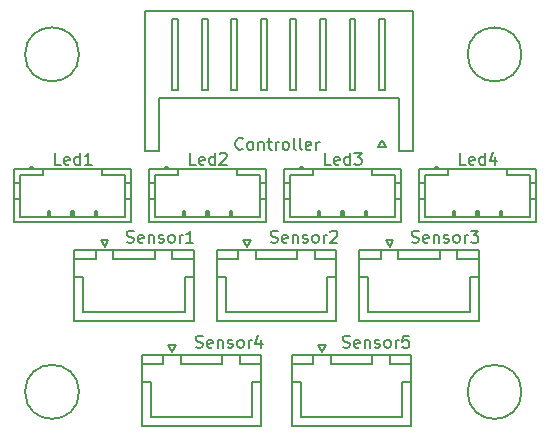
<source format=gbr>
G04 #@! TF.FileFunction,Legend,Top*
%FSLAX46Y46*%
G04 Gerber Fmt 4.6, Leading zero omitted, Abs format (unit mm)*
G04 Created by KiCad (PCBNEW 4.0.3+e1-6302~38~ubuntu15.04.1-stable) date Fri Aug 26 23:04:31 2016*
%MOMM*%
%LPD*%
G01*
G04 APERTURE LIST*
%ADD10C,0.100000*%
%ADD11C,0.150000*%
G04 APERTURE END LIST*
D10*
D11*
X167780000Y-66215000D02*
X179130000Y-66215000D01*
X179130000Y-66215000D02*
X179130000Y-78015000D01*
X179130000Y-78015000D02*
X177930000Y-78015000D01*
X177930000Y-78015000D02*
X177930000Y-73515000D01*
X177930000Y-73515000D02*
X167780000Y-73515000D01*
X167780000Y-66215000D02*
X156430000Y-66215000D01*
X156430000Y-66215000D02*
X156430000Y-78015000D01*
X156430000Y-78015000D02*
X157630000Y-78015000D01*
X157630000Y-78015000D02*
X157630000Y-73515000D01*
X157630000Y-73515000D02*
X167780000Y-73515000D01*
X176780000Y-72865000D02*
X176780000Y-66865000D01*
X176780000Y-66865000D02*
X176280000Y-66865000D01*
X176280000Y-66865000D02*
X176280000Y-72865000D01*
X176280000Y-72865000D02*
X176780000Y-72865000D01*
X174280000Y-72865000D02*
X174280000Y-66865000D01*
X174280000Y-66865000D02*
X173780000Y-66865000D01*
X173780000Y-66865000D02*
X173780000Y-72865000D01*
X173780000Y-72865000D02*
X174280000Y-72865000D01*
X171780000Y-72865000D02*
X171780000Y-66865000D01*
X171780000Y-66865000D02*
X171280000Y-66865000D01*
X171280000Y-66865000D02*
X171280000Y-72865000D01*
X171280000Y-72865000D02*
X171780000Y-72865000D01*
X169280000Y-72865000D02*
X169280000Y-66865000D01*
X169280000Y-66865000D02*
X168780000Y-66865000D01*
X168780000Y-66865000D02*
X168780000Y-72865000D01*
X168780000Y-72865000D02*
X169280000Y-72865000D01*
X166780000Y-72865000D02*
X166780000Y-66865000D01*
X166780000Y-66865000D02*
X166280000Y-66865000D01*
X166280000Y-66865000D02*
X166280000Y-72865000D01*
X166280000Y-72865000D02*
X166780000Y-72865000D01*
X164280000Y-72865000D02*
X164280000Y-66865000D01*
X164280000Y-66865000D02*
X163780000Y-66865000D01*
X163780000Y-66865000D02*
X163780000Y-72865000D01*
X163780000Y-72865000D02*
X164280000Y-72865000D01*
X161780000Y-72865000D02*
X161780000Y-66865000D01*
X161780000Y-66865000D02*
X161280000Y-66865000D01*
X161280000Y-66865000D02*
X161280000Y-72865000D01*
X161280000Y-72865000D02*
X161780000Y-72865000D01*
X159280000Y-72865000D02*
X159280000Y-66865000D01*
X159280000Y-66865000D02*
X158780000Y-66865000D01*
X158780000Y-66865000D02*
X158780000Y-72865000D01*
X158780000Y-72865000D02*
X159280000Y-72865000D01*
X176530000Y-77065000D02*
X176830000Y-77665000D01*
X176830000Y-77665000D02*
X176230000Y-77665000D01*
X176230000Y-77665000D02*
X176530000Y-77065000D01*
X150485000Y-86450000D02*
X150485000Y-92400000D01*
X150485000Y-92400000D02*
X160585000Y-92400000D01*
X160585000Y-92400000D02*
X160585000Y-86450000D01*
X160585000Y-86450000D02*
X150485000Y-86450000D01*
X153785000Y-86450000D02*
X153785000Y-87200000D01*
X153785000Y-87200000D02*
X157285000Y-87200000D01*
X157285000Y-87200000D02*
X157285000Y-86450000D01*
X157285000Y-86450000D02*
X153785000Y-86450000D01*
X150485000Y-86450000D02*
X150485000Y-87200000D01*
X150485000Y-87200000D02*
X152285000Y-87200000D01*
X152285000Y-87200000D02*
X152285000Y-86450000D01*
X152285000Y-86450000D02*
X150485000Y-86450000D01*
X158785000Y-86450000D02*
X158785000Y-87200000D01*
X158785000Y-87200000D02*
X160585000Y-87200000D01*
X160585000Y-87200000D02*
X160585000Y-86450000D01*
X160585000Y-86450000D02*
X158785000Y-86450000D01*
X150485000Y-88700000D02*
X151235000Y-88700000D01*
X151235000Y-88700000D02*
X151235000Y-91650000D01*
X151235000Y-91650000D02*
X155535000Y-91650000D01*
X160585000Y-88700000D02*
X159835000Y-88700000D01*
X159835000Y-88700000D02*
X159835000Y-91650000D01*
X159835000Y-91650000D02*
X155535000Y-91650000D01*
X153035000Y-86150000D02*
X152735000Y-85550000D01*
X152735000Y-85550000D02*
X153335000Y-85550000D01*
X153335000Y-85550000D02*
X153035000Y-86150000D01*
X162550000Y-86450000D02*
X162550000Y-92400000D01*
X162550000Y-92400000D02*
X172650000Y-92400000D01*
X172650000Y-92400000D02*
X172650000Y-86450000D01*
X172650000Y-86450000D02*
X162550000Y-86450000D01*
X165850000Y-86450000D02*
X165850000Y-87200000D01*
X165850000Y-87200000D02*
X169350000Y-87200000D01*
X169350000Y-87200000D02*
X169350000Y-86450000D01*
X169350000Y-86450000D02*
X165850000Y-86450000D01*
X162550000Y-86450000D02*
X162550000Y-87200000D01*
X162550000Y-87200000D02*
X164350000Y-87200000D01*
X164350000Y-87200000D02*
X164350000Y-86450000D01*
X164350000Y-86450000D02*
X162550000Y-86450000D01*
X170850000Y-86450000D02*
X170850000Y-87200000D01*
X170850000Y-87200000D02*
X172650000Y-87200000D01*
X172650000Y-87200000D02*
X172650000Y-86450000D01*
X172650000Y-86450000D02*
X170850000Y-86450000D01*
X162550000Y-88700000D02*
X163300000Y-88700000D01*
X163300000Y-88700000D02*
X163300000Y-91650000D01*
X163300000Y-91650000D02*
X167600000Y-91650000D01*
X172650000Y-88700000D02*
X171900000Y-88700000D01*
X171900000Y-88700000D02*
X171900000Y-91650000D01*
X171900000Y-91650000D02*
X167600000Y-91650000D01*
X165100000Y-86150000D02*
X164800000Y-85550000D01*
X164800000Y-85550000D02*
X165400000Y-85550000D01*
X165400000Y-85550000D02*
X165100000Y-86150000D01*
X174615000Y-86450000D02*
X174615000Y-92400000D01*
X174615000Y-92400000D02*
X184715000Y-92400000D01*
X184715000Y-92400000D02*
X184715000Y-86450000D01*
X184715000Y-86450000D02*
X174615000Y-86450000D01*
X177915000Y-86450000D02*
X177915000Y-87200000D01*
X177915000Y-87200000D02*
X181415000Y-87200000D01*
X181415000Y-87200000D02*
X181415000Y-86450000D01*
X181415000Y-86450000D02*
X177915000Y-86450000D01*
X174615000Y-86450000D02*
X174615000Y-87200000D01*
X174615000Y-87200000D02*
X176415000Y-87200000D01*
X176415000Y-87200000D02*
X176415000Y-86450000D01*
X176415000Y-86450000D02*
X174615000Y-86450000D01*
X182915000Y-86450000D02*
X182915000Y-87200000D01*
X182915000Y-87200000D02*
X184715000Y-87200000D01*
X184715000Y-87200000D02*
X184715000Y-86450000D01*
X184715000Y-86450000D02*
X182915000Y-86450000D01*
X174615000Y-88700000D02*
X175365000Y-88700000D01*
X175365000Y-88700000D02*
X175365000Y-91650000D01*
X175365000Y-91650000D02*
X179665000Y-91650000D01*
X184715000Y-88700000D02*
X183965000Y-88700000D01*
X183965000Y-88700000D02*
X183965000Y-91650000D01*
X183965000Y-91650000D02*
X179665000Y-91650000D01*
X177165000Y-86150000D02*
X176865000Y-85550000D01*
X176865000Y-85550000D02*
X177465000Y-85550000D01*
X177465000Y-85550000D02*
X177165000Y-86150000D01*
X156200000Y-95340000D02*
X156200000Y-101290000D01*
X156200000Y-101290000D02*
X166300000Y-101290000D01*
X166300000Y-101290000D02*
X166300000Y-95340000D01*
X166300000Y-95340000D02*
X156200000Y-95340000D01*
X159500000Y-95340000D02*
X159500000Y-96090000D01*
X159500000Y-96090000D02*
X163000000Y-96090000D01*
X163000000Y-96090000D02*
X163000000Y-95340000D01*
X163000000Y-95340000D02*
X159500000Y-95340000D01*
X156200000Y-95340000D02*
X156200000Y-96090000D01*
X156200000Y-96090000D02*
X158000000Y-96090000D01*
X158000000Y-96090000D02*
X158000000Y-95340000D01*
X158000000Y-95340000D02*
X156200000Y-95340000D01*
X164500000Y-95340000D02*
X164500000Y-96090000D01*
X164500000Y-96090000D02*
X166300000Y-96090000D01*
X166300000Y-96090000D02*
X166300000Y-95340000D01*
X166300000Y-95340000D02*
X164500000Y-95340000D01*
X156200000Y-97590000D02*
X156950000Y-97590000D01*
X156950000Y-97590000D02*
X156950000Y-100540000D01*
X156950000Y-100540000D02*
X161250000Y-100540000D01*
X166300000Y-97590000D02*
X165550000Y-97590000D01*
X165550000Y-97590000D02*
X165550000Y-100540000D01*
X165550000Y-100540000D02*
X161250000Y-100540000D01*
X158750000Y-95040000D02*
X158450000Y-94440000D01*
X158450000Y-94440000D02*
X159050000Y-94440000D01*
X159050000Y-94440000D02*
X158750000Y-95040000D01*
X168900000Y-95340000D02*
X168900000Y-101290000D01*
X168900000Y-101290000D02*
X179000000Y-101290000D01*
X179000000Y-101290000D02*
X179000000Y-95340000D01*
X179000000Y-95340000D02*
X168900000Y-95340000D01*
X172200000Y-95340000D02*
X172200000Y-96090000D01*
X172200000Y-96090000D02*
X175700000Y-96090000D01*
X175700000Y-96090000D02*
X175700000Y-95340000D01*
X175700000Y-95340000D02*
X172200000Y-95340000D01*
X168900000Y-95340000D02*
X168900000Y-96090000D01*
X168900000Y-96090000D02*
X170700000Y-96090000D01*
X170700000Y-96090000D02*
X170700000Y-95340000D01*
X170700000Y-95340000D02*
X168900000Y-95340000D01*
X177200000Y-95340000D02*
X177200000Y-96090000D01*
X177200000Y-96090000D02*
X179000000Y-96090000D01*
X179000000Y-96090000D02*
X179000000Y-95340000D01*
X179000000Y-95340000D02*
X177200000Y-95340000D01*
X168900000Y-97590000D02*
X169650000Y-97590000D01*
X169650000Y-97590000D02*
X169650000Y-100540000D01*
X169650000Y-100540000D02*
X173950000Y-100540000D01*
X179000000Y-97590000D02*
X178250000Y-97590000D01*
X178250000Y-97590000D02*
X178250000Y-100540000D01*
X178250000Y-100540000D02*
X173950000Y-100540000D01*
X171450000Y-95040000D02*
X171150000Y-94440000D01*
X171150000Y-94440000D02*
X171750000Y-94440000D01*
X171750000Y-94440000D02*
X171450000Y-95040000D01*
X145370000Y-84080000D02*
X145370000Y-79580000D01*
X145370000Y-79580000D02*
X155270000Y-79580000D01*
X155270000Y-79580000D02*
X155270000Y-84080000D01*
X155270000Y-84080000D02*
X145370000Y-84080000D01*
X147820000Y-79580000D02*
X147820000Y-80080000D01*
X147820000Y-80080000D02*
X145870000Y-80080000D01*
X145870000Y-80080000D02*
X145870000Y-83580000D01*
X145870000Y-83580000D02*
X154770000Y-83580000D01*
X154770000Y-83580000D02*
X154770000Y-80080000D01*
X154770000Y-80080000D02*
X152820000Y-80080000D01*
X152820000Y-80080000D02*
X152820000Y-79580000D01*
X145370000Y-80780000D02*
X145870000Y-80780000D01*
X145370000Y-82080000D02*
X145870000Y-82080000D01*
X154770000Y-80780000D02*
X155270000Y-80780000D01*
X154770000Y-82080000D02*
X155270000Y-82080000D01*
X147020000Y-79580000D02*
X147020000Y-79380000D01*
X147020000Y-79380000D02*
X146720000Y-79380000D01*
X146720000Y-79380000D02*
X146720000Y-79580000D01*
X147020000Y-79480000D02*
X146720000Y-79480000D01*
X148220000Y-83580000D02*
X148220000Y-83080000D01*
X148220000Y-83080000D02*
X148420000Y-83080000D01*
X148420000Y-83080000D02*
X148420000Y-83580000D01*
X148320000Y-83580000D02*
X148320000Y-83080000D01*
X150220000Y-83580000D02*
X150220000Y-83080000D01*
X150220000Y-83080000D02*
X150420000Y-83080000D01*
X150420000Y-83080000D02*
X150420000Y-83580000D01*
X150320000Y-83580000D02*
X150320000Y-83080000D01*
X152220000Y-83580000D02*
X152220000Y-83080000D01*
X152220000Y-83080000D02*
X152420000Y-83080000D01*
X152420000Y-83080000D02*
X152420000Y-83580000D01*
X152320000Y-83580000D02*
X152320000Y-83080000D01*
X156800000Y-84080000D02*
X156800000Y-79580000D01*
X156800000Y-79580000D02*
X166700000Y-79580000D01*
X166700000Y-79580000D02*
X166700000Y-84080000D01*
X166700000Y-84080000D02*
X156800000Y-84080000D01*
X159250000Y-79580000D02*
X159250000Y-80080000D01*
X159250000Y-80080000D02*
X157300000Y-80080000D01*
X157300000Y-80080000D02*
X157300000Y-83580000D01*
X157300000Y-83580000D02*
X166200000Y-83580000D01*
X166200000Y-83580000D02*
X166200000Y-80080000D01*
X166200000Y-80080000D02*
X164250000Y-80080000D01*
X164250000Y-80080000D02*
X164250000Y-79580000D01*
X156800000Y-80780000D02*
X157300000Y-80780000D01*
X156800000Y-82080000D02*
X157300000Y-82080000D01*
X166200000Y-80780000D02*
X166700000Y-80780000D01*
X166200000Y-82080000D02*
X166700000Y-82080000D01*
X158450000Y-79580000D02*
X158450000Y-79380000D01*
X158450000Y-79380000D02*
X158150000Y-79380000D01*
X158150000Y-79380000D02*
X158150000Y-79580000D01*
X158450000Y-79480000D02*
X158150000Y-79480000D01*
X159650000Y-83580000D02*
X159650000Y-83080000D01*
X159650000Y-83080000D02*
X159850000Y-83080000D01*
X159850000Y-83080000D02*
X159850000Y-83580000D01*
X159750000Y-83580000D02*
X159750000Y-83080000D01*
X161650000Y-83580000D02*
X161650000Y-83080000D01*
X161650000Y-83080000D02*
X161850000Y-83080000D01*
X161850000Y-83080000D02*
X161850000Y-83580000D01*
X161750000Y-83580000D02*
X161750000Y-83080000D01*
X163650000Y-83580000D02*
X163650000Y-83080000D01*
X163650000Y-83080000D02*
X163850000Y-83080000D01*
X163850000Y-83080000D02*
X163850000Y-83580000D01*
X163750000Y-83580000D02*
X163750000Y-83080000D01*
X168230000Y-84080000D02*
X168230000Y-79580000D01*
X168230000Y-79580000D02*
X178130000Y-79580000D01*
X178130000Y-79580000D02*
X178130000Y-84080000D01*
X178130000Y-84080000D02*
X168230000Y-84080000D01*
X170680000Y-79580000D02*
X170680000Y-80080000D01*
X170680000Y-80080000D02*
X168730000Y-80080000D01*
X168730000Y-80080000D02*
X168730000Y-83580000D01*
X168730000Y-83580000D02*
X177630000Y-83580000D01*
X177630000Y-83580000D02*
X177630000Y-80080000D01*
X177630000Y-80080000D02*
X175680000Y-80080000D01*
X175680000Y-80080000D02*
X175680000Y-79580000D01*
X168230000Y-80780000D02*
X168730000Y-80780000D01*
X168230000Y-82080000D02*
X168730000Y-82080000D01*
X177630000Y-80780000D02*
X178130000Y-80780000D01*
X177630000Y-82080000D02*
X178130000Y-82080000D01*
X169880000Y-79580000D02*
X169880000Y-79380000D01*
X169880000Y-79380000D02*
X169580000Y-79380000D01*
X169580000Y-79380000D02*
X169580000Y-79580000D01*
X169880000Y-79480000D02*
X169580000Y-79480000D01*
X171080000Y-83580000D02*
X171080000Y-83080000D01*
X171080000Y-83080000D02*
X171280000Y-83080000D01*
X171280000Y-83080000D02*
X171280000Y-83580000D01*
X171180000Y-83580000D02*
X171180000Y-83080000D01*
X173080000Y-83580000D02*
X173080000Y-83080000D01*
X173080000Y-83080000D02*
X173280000Y-83080000D01*
X173280000Y-83080000D02*
X173280000Y-83580000D01*
X173180000Y-83580000D02*
X173180000Y-83080000D01*
X175080000Y-83580000D02*
X175080000Y-83080000D01*
X175080000Y-83080000D02*
X175280000Y-83080000D01*
X175280000Y-83080000D02*
X175280000Y-83580000D01*
X175180000Y-83580000D02*
X175180000Y-83080000D01*
X179660000Y-84080000D02*
X179660000Y-79580000D01*
X179660000Y-79580000D02*
X189560000Y-79580000D01*
X189560000Y-79580000D02*
X189560000Y-84080000D01*
X189560000Y-84080000D02*
X179660000Y-84080000D01*
X182110000Y-79580000D02*
X182110000Y-80080000D01*
X182110000Y-80080000D02*
X180160000Y-80080000D01*
X180160000Y-80080000D02*
X180160000Y-83580000D01*
X180160000Y-83580000D02*
X189060000Y-83580000D01*
X189060000Y-83580000D02*
X189060000Y-80080000D01*
X189060000Y-80080000D02*
X187110000Y-80080000D01*
X187110000Y-80080000D02*
X187110000Y-79580000D01*
X179660000Y-80780000D02*
X180160000Y-80780000D01*
X179660000Y-82080000D02*
X180160000Y-82080000D01*
X189060000Y-80780000D02*
X189560000Y-80780000D01*
X189060000Y-82080000D02*
X189560000Y-82080000D01*
X181310000Y-79580000D02*
X181310000Y-79380000D01*
X181310000Y-79380000D02*
X181010000Y-79380000D01*
X181010000Y-79380000D02*
X181010000Y-79580000D01*
X181310000Y-79480000D02*
X181010000Y-79480000D01*
X182510000Y-83580000D02*
X182510000Y-83080000D01*
X182510000Y-83080000D02*
X182710000Y-83080000D01*
X182710000Y-83080000D02*
X182710000Y-83580000D01*
X182610000Y-83580000D02*
X182610000Y-83080000D01*
X184510000Y-83580000D02*
X184510000Y-83080000D01*
X184510000Y-83080000D02*
X184710000Y-83080000D01*
X184710000Y-83080000D02*
X184710000Y-83580000D01*
X184610000Y-83580000D02*
X184610000Y-83080000D01*
X186510000Y-83580000D02*
X186510000Y-83080000D01*
X186510000Y-83080000D02*
X186710000Y-83080000D01*
X186710000Y-83080000D02*
X186710000Y-83580000D01*
X186610000Y-83580000D02*
X186610000Y-83080000D01*
X150876000Y-69850000D02*
G75*
G03X150876000Y-69850000I-2286000J0D01*
G01*
X188341000Y-69850000D02*
G75*
G03X188341000Y-69850000I-2286000J0D01*
G01*
X150876000Y-98425000D02*
G75*
G03X150876000Y-98425000I-2286000J0D01*
G01*
X188341000Y-98425000D02*
G75*
G03X188341000Y-98425000I-2286000J0D01*
G01*
X164735237Y-77827143D02*
X164687618Y-77874762D01*
X164544761Y-77922381D01*
X164449523Y-77922381D01*
X164306665Y-77874762D01*
X164211427Y-77779524D01*
X164163808Y-77684286D01*
X164116189Y-77493810D01*
X164116189Y-77350952D01*
X164163808Y-77160476D01*
X164211427Y-77065238D01*
X164306665Y-76970000D01*
X164449523Y-76922381D01*
X164544761Y-76922381D01*
X164687618Y-76970000D01*
X164735237Y-77017619D01*
X165306665Y-77922381D02*
X165211427Y-77874762D01*
X165163808Y-77827143D01*
X165116189Y-77731905D01*
X165116189Y-77446190D01*
X165163808Y-77350952D01*
X165211427Y-77303333D01*
X165306665Y-77255714D01*
X165449523Y-77255714D01*
X165544761Y-77303333D01*
X165592380Y-77350952D01*
X165639999Y-77446190D01*
X165639999Y-77731905D01*
X165592380Y-77827143D01*
X165544761Y-77874762D01*
X165449523Y-77922381D01*
X165306665Y-77922381D01*
X166068570Y-77255714D02*
X166068570Y-77922381D01*
X166068570Y-77350952D02*
X166116189Y-77303333D01*
X166211427Y-77255714D01*
X166354285Y-77255714D01*
X166449523Y-77303333D01*
X166497142Y-77398571D01*
X166497142Y-77922381D01*
X166830475Y-77255714D02*
X167211427Y-77255714D01*
X166973332Y-76922381D02*
X166973332Y-77779524D01*
X167020951Y-77874762D01*
X167116189Y-77922381D01*
X167211427Y-77922381D01*
X167544761Y-77922381D02*
X167544761Y-77255714D01*
X167544761Y-77446190D02*
X167592380Y-77350952D01*
X167639999Y-77303333D01*
X167735237Y-77255714D01*
X167830476Y-77255714D01*
X168306666Y-77922381D02*
X168211428Y-77874762D01*
X168163809Y-77827143D01*
X168116190Y-77731905D01*
X168116190Y-77446190D01*
X168163809Y-77350952D01*
X168211428Y-77303333D01*
X168306666Y-77255714D01*
X168449524Y-77255714D01*
X168544762Y-77303333D01*
X168592381Y-77350952D01*
X168640000Y-77446190D01*
X168640000Y-77731905D01*
X168592381Y-77827143D01*
X168544762Y-77874762D01*
X168449524Y-77922381D01*
X168306666Y-77922381D01*
X169211428Y-77922381D02*
X169116190Y-77874762D01*
X169068571Y-77779524D01*
X169068571Y-76922381D01*
X169735238Y-77922381D02*
X169640000Y-77874762D01*
X169592381Y-77779524D01*
X169592381Y-76922381D01*
X170497144Y-77874762D02*
X170401906Y-77922381D01*
X170211429Y-77922381D01*
X170116191Y-77874762D01*
X170068572Y-77779524D01*
X170068572Y-77398571D01*
X170116191Y-77303333D01*
X170211429Y-77255714D01*
X170401906Y-77255714D01*
X170497144Y-77303333D01*
X170544763Y-77398571D01*
X170544763Y-77493810D01*
X170068572Y-77589048D01*
X170973334Y-77922381D02*
X170973334Y-77255714D01*
X170973334Y-77446190D02*
X171020953Y-77350952D01*
X171068572Y-77303333D01*
X171163810Y-77255714D01*
X171259049Y-77255714D01*
X154924476Y-85748762D02*
X155067333Y-85796381D01*
X155305429Y-85796381D01*
X155400667Y-85748762D01*
X155448286Y-85701143D01*
X155495905Y-85605905D01*
X155495905Y-85510667D01*
X155448286Y-85415429D01*
X155400667Y-85367810D01*
X155305429Y-85320190D01*
X155114952Y-85272571D01*
X155019714Y-85224952D01*
X154972095Y-85177333D01*
X154924476Y-85082095D01*
X154924476Y-84986857D01*
X154972095Y-84891619D01*
X155019714Y-84844000D01*
X155114952Y-84796381D01*
X155353048Y-84796381D01*
X155495905Y-84844000D01*
X156305429Y-85748762D02*
X156210191Y-85796381D01*
X156019714Y-85796381D01*
X155924476Y-85748762D01*
X155876857Y-85653524D01*
X155876857Y-85272571D01*
X155924476Y-85177333D01*
X156019714Y-85129714D01*
X156210191Y-85129714D01*
X156305429Y-85177333D01*
X156353048Y-85272571D01*
X156353048Y-85367810D01*
X155876857Y-85463048D01*
X156781619Y-85129714D02*
X156781619Y-85796381D01*
X156781619Y-85224952D02*
X156829238Y-85177333D01*
X156924476Y-85129714D01*
X157067334Y-85129714D01*
X157162572Y-85177333D01*
X157210191Y-85272571D01*
X157210191Y-85796381D01*
X157638762Y-85748762D02*
X157734000Y-85796381D01*
X157924476Y-85796381D01*
X158019715Y-85748762D01*
X158067334Y-85653524D01*
X158067334Y-85605905D01*
X158019715Y-85510667D01*
X157924476Y-85463048D01*
X157781619Y-85463048D01*
X157686381Y-85415429D01*
X157638762Y-85320190D01*
X157638762Y-85272571D01*
X157686381Y-85177333D01*
X157781619Y-85129714D01*
X157924476Y-85129714D01*
X158019715Y-85177333D01*
X158638762Y-85796381D02*
X158543524Y-85748762D01*
X158495905Y-85701143D01*
X158448286Y-85605905D01*
X158448286Y-85320190D01*
X158495905Y-85224952D01*
X158543524Y-85177333D01*
X158638762Y-85129714D01*
X158781620Y-85129714D01*
X158876858Y-85177333D01*
X158924477Y-85224952D01*
X158972096Y-85320190D01*
X158972096Y-85605905D01*
X158924477Y-85701143D01*
X158876858Y-85748762D01*
X158781620Y-85796381D01*
X158638762Y-85796381D01*
X159400667Y-85796381D02*
X159400667Y-85129714D01*
X159400667Y-85320190D02*
X159448286Y-85224952D01*
X159495905Y-85177333D01*
X159591143Y-85129714D01*
X159686382Y-85129714D01*
X160543525Y-85796381D02*
X159972096Y-85796381D01*
X160257810Y-85796381D02*
X160257810Y-84796381D01*
X160162572Y-84939238D01*
X160067334Y-85034476D01*
X159972096Y-85082095D01*
X167116476Y-85748762D02*
X167259333Y-85796381D01*
X167497429Y-85796381D01*
X167592667Y-85748762D01*
X167640286Y-85701143D01*
X167687905Y-85605905D01*
X167687905Y-85510667D01*
X167640286Y-85415429D01*
X167592667Y-85367810D01*
X167497429Y-85320190D01*
X167306952Y-85272571D01*
X167211714Y-85224952D01*
X167164095Y-85177333D01*
X167116476Y-85082095D01*
X167116476Y-84986857D01*
X167164095Y-84891619D01*
X167211714Y-84844000D01*
X167306952Y-84796381D01*
X167545048Y-84796381D01*
X167687905Y-84844000D01*
X168497429Y-85748762D02*
X168402191Y-85796381D01*
X168211714Y-85796381D01*
X168116476Y-85748762D01*
X168068857Y-85653524D01*
X168068857Y-85272571D01*
X168116476Y-85177333D01*
X168211714Y-85129714D01*
X168402191Y-85129714D01*
X168497429Y-85177333D01*
X168545048Y-85272571D01*
X168545048Y-85367810D01*
X168068857Y-85463048D01*
X168973619Y-85129714D02*
X168973619Y-85796381D01*
X168973619Y-85224952D02*
X169021238Y-85177333D01*
X169116476Y-85129714D01*
X169259334Y-85129714D01*
X169354572Y-85177333D01*
X169402191Y-85272571D01*
X169402191Y-85796381D01*
X169830762Y-85748762D02*
X169926000Y-85796381D01*
X170116476Y-85796381D01*
X170211715Y-85748762D01*
X170259334Y-85653524D01*
X170259334Y-85605905D01*
X170211715Y-85510667D01*
X170116476Y-85463048D01*
X169973619Y-85463048D01*
X169878381Y-85415429D01*
X169830762Y-85320190D01*
X169830762Y-85272571D01*
X169878381Y-85177333D01*
X169973619Y-85129714D01*
X170116476Y-85129714D01*
X170211715Y-85177333D01*
X170830762Y-85796381D02*
X170735524Y-85748762D01*
X170687905Y-85701143D01*
X170640286Y-85605905D01*
X170640286Y-85320190D01*
X170687905Y-85224952D01*
X170735524Y-85177333D01*
X170830762Y-85129714D01*
X170973620Y-85129714D01*
X171068858Y-85177333D01*
X171116477Y-85224952D01*
X171164096Y-85320190D01*
X171164096Y-85605905D01*
X171116477Y-85701143D01*
X171068858Y-85748762D01*
X170973620Y-85796381D01*
X170830762Y-85796381D01*
X171592667Y-85796381D02*
X171592667Y-85129714D01*
X171592667Y-85320190D02*
X171640286Y-85224952D01*
X171687905Y-85177333D01*
X171783143Y-85129714D01*
X171878382Y-85129714D01*
X172164096Y-84891619D02*
X172211715Y-84844000D01*
X172306953Y-84796381D01*
X172545049Y-84796381D01*
X172640287Y-84844000D01*
X172687906Y-84891619D01*
X172735525Y-84986857D01*
X172735525Y-85082095D01*
X172687906Y-85224952D01*
X172116477Y-85796381D01*
X172735525Y-85796381D01*
X179054476Y-85748762D02*
X179197333Y-85796381D01*
X179435429Y-85796381D01*
X179530667Y-85748762D01*
X179578286Y-85701143D01*
X179625905Y-85605905D01*
X179625905Y-85510667D01*
X179578286Y-85415429D01*
X179530667Y-85367810D01*
X179435429Y-85320190D01*
X179244952Y-85272571D01*
X179149714Y-85224952D01*
X179102095Y-85177333D01*
X179054476Y-85082095D01*
X179054476Y-84986857D01*
X179102095Y-84891619D01*
X179149714Y-84844000D01*
X179244952Y-84796381D01*
X179483048Y-84796381D01*
X179625905Y-84844000D01*
X180435429Y-85748762D02*
X180340191Y-85796381D01*
X180149714Y-85796381D01*
X180054476Y-85748762D01*
X180006857Y-85653524D01*
X180006857Y-85272571D01*
X180054476Y-85177333D01*
X180149714Y-85129714D01*
X180340191Y-85129714D01*
X180435429Y-85177333D01*
X180483048Y-85272571D01*
X180483048Y-85367810D01*
X180006857Y-85463048D01*
X180911619Y-85129714D02*
X180911619Y-85796381D01*
X180911619Y-85224952D02*
X180959238Y-85177333D01*
X181054476Y-85129714D01*
X181197334Y-85129714D01*
X181292572Y-85177333D01*
X181340191Y-85272571D01*
X181340191Y-85796381D01*
X181768762Y-85748762D02*
X181864000Y-85796381D01*
X182054476Y-85796381D01*
X182149715Y-85748762D01*
X182197334Y-85653524D01*
X182197334Y-85605905D01*
X182149715Y-85510667D01*
X182054476Y-85463048D01*
X181911619Y-85463048D01*
X181816381Y-85415429D01*
X181768762Y-85320190D01*
X181768762Y-85272571D01*
X181816381Y-85177333D01*
X181911619Y-85129714D01*
X182054476Y-85129714D01*
X182149715Y-85177333D01*
X182768762Y-85796381D02*
X182673524Y-85748762D01*
X182625905Y-85701143D01*
X182578286Y-85605905D01*
X182578286Y-85320190D01*
X182625905Y-85224952D01*
X182673524Y-85177333D01*
X182768762Y-85129714D01*
X182911620Y-85129714D01*
X183006858Y-85177333D01*
X183054477Y-85224952D01*
X183102096Y-85320190D01*
X183102096Y-85605905D01*
X183054477Y-85701143D01*
X183006858Y-85748762D01*
X182911620Y-85796381D01*
X182768762Y-85796381D01*
X183530667Y-85796381D02*
X183530667Y-85129714D01*
X183530667Y-85320190D02*
X183578286Y-85224952D01*
X183625905Y-85177333D01*
X183721143Y-85129714D01*
X183816382Y-85129714D01*
X184054477Y-84796381D02*
X184673525Y-84796381D01*
X184340191Y-85177333D01*
X184483049Y-85177333D01*
X184578287Y-85224952D01*
X184625906Y-85272571D01*
X184673525Y-85367810D01*
X184673525Y-85605905D01*
X184625906Y-85701143D01*
X184578287Y-85748762D01*
X184483049Y-85796381D01*
X184197334Y-85796381D01*
X184102096Y-85748762D01*
X184054477Y-85701143D01*
X160766476Y-94638762D02*
X160909333Y-94686381D01*
X161147429Y-94686381D01*
X161242667Y-94638762D01*
X161290286Y-94591143D01*
X161337905Y-94495905D01*
X161337905Y-94400667D01*
X161290286Y-94305429D01*
X161242667Y-94257810D01*
X161147429Y-94210190D01*
X160956952Y-94162571D01*
X160861714Y-94114952D01*
X160814095Y-94067333D01*
X160766476Y-93972095D01*
X160766476Y-93876857D01*
X160814095Y-93781619D01*
X160861714Y-93734000D01*
X160956952Y-93686381D01*
X161195048Y-93686381D01*
X161337905Y-93734000D01*
X162147429Y-94638762D02*
X162052191Y-94686381D01*
X161861714Y-94686381D01*
X161766476Y-94638762D01*
X161718857Y-94543524D01*
X161718857Y-94162571D01*
X161766476Y-94067333D01*
X161861714Y-94019714D01*
X162052191Y-94019714D01*
X162147429Y-94067333D01*
X162195048Y-94162571D01*
X162195048Y-94257810D01*
X161718857Y-94353048D01*
X162623619Y-94019714D02*
X162623619Y-94686381D01*
X162623619Y-94114952D02*
X162671238Y-94067333D01*
X162766476Y-94019714D01*
X162909334Y-94019714D01*
X163004572Y-94067333D01*
X163052191Y-94162571D01*
X163052191Y-94686381D01*
X163480762Y-94638762D02*
X163576000Y-94686381D01*
X163766476Y-94686381D01*
X163861715Y-94638762D01*
X163909334Y-94543524D01*
X163909334Y-94495905D01*
X163861715Y-94400667D01*
X163766476Y-94353048D01*
X163623619Y-94353048D01*
X163528381Y-94305429D01*
X163480762Y-94210190D01*
X163480762Y-94162571D01*
X163528381Y-94067333D01*
X163623619Y-94019714D01*
X163766476Y-94019714D01*
X163861715Y-94067333D01*
X164480762Y-94686381D02*
X164385524Y-94638762D01*
X164337905Y-94591143D01*
X164290286Y-94495905D01*
X164290286Y-94210190D01*
X164337905Y-94114952D01*
X164385524Y-94067333D01*
X164480762Y-94019714D01*
X164623620Y-94019714D01*
X164718858Y-94067333D01*
X164766477Y-94114952D01*
X164814096Y-94210190D01*
X164814096Y-94495905D01*
X164766477Y-94591143D01*
X164718858Y-94638762D01*
X164623620Y-94686381D01*
X164480762Y-94686381D01*
X165242667Y-94686381D02*
X165242667Y-94019714D01*
X165242667Y-94210190D02*
X165290286Y-94114952D01*
X165337905Y-94067333D01*
X165433143Y-94019714D01*
X165528382Y-94019714D01*
X166290287Y-94019714D02*
X166290287Y-94686381D01*
X166052191Y-93638762D02*
X165814096Y-94353048D01*
X166433144Y-94353048D01*
X173212476Y-94638762D02*
X173355333Y-94686381D01*
X173593429Y-94686381D01*
X173688667Y-94638762D01*
X173736286Y-94591143D01*
X173783905Y-94495905D01*
X173783905Y-94400667D01*
X173736286Y-94305429D01*
X173688667Y-94257810D01*
X173593429Y-94210190D01*
X173402952Y-94162571D01*
X173307714Y-94114952D01*
X173260095Y-94067333D01*
X173212476Y-93972095D01*
X173212476Y-93876857D01*
X173260095Y-93781619D01*
X173307714Y-93734000D01*
X173402952Y-93686381D01*
X173641048Y-93686381D01*
X173783905Y-93734000D01*
X174593429Y-94638762D02*
X174498191Y-94686381D01*
X174307714Y-94686381D01*
X174212476Y-94638762D01*
X174164857Y-94543524D01*
X174164857Y-94162571D01*
X174212476Y-94067333D01*
X174307714Y-94019714D01*
X174498191Y-94019714D01*
X174593429Y-94067333D01*
X174641048Y-94162571D01*
X174641048Y-94257810D01*
X174164857Y-94353048D01*
X175069619Y-94019714D02*
X175069619Y-94686381D01*
X175069619Y-94114952D02*
X175117238Y-94067333D01*
X175212476Y-94019714D01*
X175355334Y-94019714D01*
X175450572Y-94067333D01*
X175498191Y-94162571D01*
X175498191Y-94686381D01*
X175926762Y-94638762D02*
X176022000Y-94686381D01*
X176212476Y-94686381D01*
X176307715Y-94638762D01*
X176355334Y-94543524D01*
X176355334Y-94495905D01*
X176307715Y-94400667D01*
X176212476Y-94353048D01*
X176069619Y-94353048D01*
X175974381Y-94305429D01*
X175926762Y-94210190D01*
X175926762Y-94162571D01*
X175974381Y-94067333D01*
X176069619Y-94019714D01*
X176212476Y-94019714D01*
X176307715Y-94067333D01*
X176926762Y-94686381D02*
X176831524Y-94638762D01*
X176783905Y-94591143D01*
X176736286Y-94495905D01*
X176736286Y-94210190D01*
X176783905Y-94114952D01*
X176831524Y-94067333D01*
X176926762Y-94019714D01*
X177069620Y-94019714D01*
X177164858Y-94067333D01*
X177212477Y-94114952D01*
X177260096Y-94210190D01*
X177260096Y-94495905D01*
X177212477Y-94591143D01*
X177164858Y-94638762D01*
X177069620Y-94686381D01*
X176926762Y-94686381D01*
X177688667Y-94686381D02*
X177688667Y-94019714D01*
X177688667Y-94210190D02*
X177736286Y-94114952D01*
X177783905Y-94067333D01*
X177879143Y-94019714D01*
X177974382Y-94019714D01*
X178783906Y-93686381D02*
X178307715Y-93686381D01*
X178260096Y-94162571D01*
X178307715Y-94114952D01*
X178402953Y-94067333D01*
X178641049Y-94067333D01*
X178736287Y-94114952D01*
X178783906Y-94162571D01*
X178831525Y-94257810D01*
X178831525Y-94495905D01*
X178783906Y-94591143D01*
X178736287Y-94638762D01*
X178641049Y-94686381D01*
X178402953Y-94686381D01*
X178307715Y-94638762D01*
X178260096Y-94591143D01*
X149320381Y-79192381D02*
X148844190Y-79192381D01*
X148844190Y-78192381D01*
X150034667Y-79144762D02*
X149939429Y-79192381D01*
X149748952Y-79192381D01*
X149653714Y-79144762D01*
X149606095Y-79049524D01*
X149606095Y-78668571D01*
X149653714Y-78573333D01*
X149748952Y-78525714D01*
X149939429Y-78525714D01*
X150034667Y-78573333D01*
X150082286Y-78668571D01*
X150082286Y-78763810D01*
X149606095Y-78859048D01*
X150939429Y-79192381D02*
X150939429Y-78192381D01*
X150939429Y-79144762D02*
X150844191Y-79192381D01*
X150653714Y-79192381D01*
X150558476Y-79144762D01*
X150510857Y-79097143D01*
X150463238Y-79001905D01*
X150463238Y-78716190D01*
X150510857Y-78620952D01*
X150558476Y-78573333D01*
X150653714Y-78525714D01*
X150844191Y-78525714D01*
X150939429Y-78573333D01*
X151939429Y-79192381D02*
X151368000Y-79192381D01*
X151653714Y-79192381D02*
X151653714Y-78192381D01*
X151558476Y-78335238D01*
X151463238Y-78430476D01*
X151368000Y-78478095D01*
X160750381Y-79192381D02*
X160274190Y-79192381D01*
X160274190Y-78192381D01*
X161464667Y-79144762D02*
X161369429Y-79192381D01*
X161178952Y-79192381D01*
X161083714Y-79144762D01*
X161036095Y-79049524D01*
X161036095Y-78668571D01*
X161083714Y-78573333D01*
X161178952Y-78525714D01*
X161369429Y-78525714D01*
X161464667Y-78573333D01*
X161512286Y-78668571D01*
X161512286Y-78763810D01*
X161036095Y-78859048D01*
X162369429Y-79192381D02*
X162369429Y-78192381D01*
X162369429Y-79144762D02*
X162274191Y-79192381D01*
X162083714Y-79192381D01*
X161988476Y-79144762D01*
X161940857Y-79097143D01*
X161893238Y-79001905D01*
X161893238Y-78716190D01*
X161940857Y-78620952D01*
X161988476Y-78573333D01*
X162083714Y-78525714D01*
X162274191Y-78525714D01*
X162369429Y-78573333D01*
X162798000Y-78287619D02*
X162845619Y-78240000D01*
X162940857Y-78192381D01*
X163178953Y-78192381D01*
X163274191Y-78240000D01*
X163321810Y-78287619D01*
X163369429Y-78382857D01*
X163369429Y-78478095D01*
X163321810Y-78620952D01*
X162750381Y-79192381D01*
X163369429Y-79192381D01*
X172180381Y-79192381D02*
X171704190Y-79192381D01*
X171704190Y-78192381D01*
X172894667Y-79144762D02*
X172799429Y-79192381D01*
X172608952Y-79192381D01*
X172513714Y-79144762D01*
X172466095Y-79049524D01*
X172466095Y-78668571D01*
X172513714Y-78573333D01*
X172608952Y-78525714D01*
X172799429Y-78525714D01*
X172894667Y-78573333D01*
X172942286Y-78668571D01*
X172942286Y-78763810D01*
X172466095Y-78859048D01*
X173799429Y-79192381D02*
X173799429Y-78192381D01*
X173799429Y-79144762D02*
X173704191Y-79192381D01*
X173513714Y-79192381D01*
X173418476Y-79144762D01*
X173370857Y-79097143D01*
X173323238Y-79001905D01*
X173323238Y-78716190D01*
X173370857Y-78620952D01*
X173418476Y-78573333D01*
X173513714Y-78525714D01*
X173704191Y-78525714D01*
X173799429Y-78573333D01*
X174180381Y-78192381D02*
X174799429Y-78192381D01*
X174466095Y-78573333D01*
X174608953Y-78573333D01*
X174704191Y-78620952D01*
X174751810Y-78668571D01*
X174799429Y-78763810D01*
X174799429Y-79001905D01*
X174751810Y-79097143D01*
X174704191Y-79144762D01*
X174608953Y-79192381D01*
X174323238Y-79192381D01*
X174228000Y-79144762D01*
X174180381Y-79097143D01*
X183610381Y-79192381D02*
X183134190Y-79192381D01*
X183134190Y-78192381D01*
X184324667Y-79144762D02*
X184229429Y-79192381D01*
X184038952Y-79192381D01*
X183943714Y-79144762D01*
X183896095Y-79049524D01*
X183896095Y-78668571D01*
X183943714Y-78573333D01*
X184038952Y-78525714D01*
X184229429Y-78525714D01*
X184324667Y-78573333D01*
X184372286Y-78668571D01*
X184372286Y-78763810D01*
X183896095Y-78859048D01*
X185229429Y-79192381D02*
X185229429Y-78192381D01*
X185229429Y-79144762D02*
X185134191Y-79192381D01*
X184943714Y-79192381D01*
X184848476Y-79144762D01*
X184800857Y-79097143D01*
X184753238Y-79001905D01*
X184753238Y-78716190D01*
X184800857Y-78620952D01*
X184848476Y-78573333D01*
X184943714Y-78525714D01*
X185134191Y-78525714D01*
X185229429Y-78573333D01*
X186134191Y-78525714D02*
X186134191Y-79192381D01*
X185896095Y-78144762D02*
X185658000Y-78859048D01*
X186277048Y-78859048D01*
M02*

</source>
